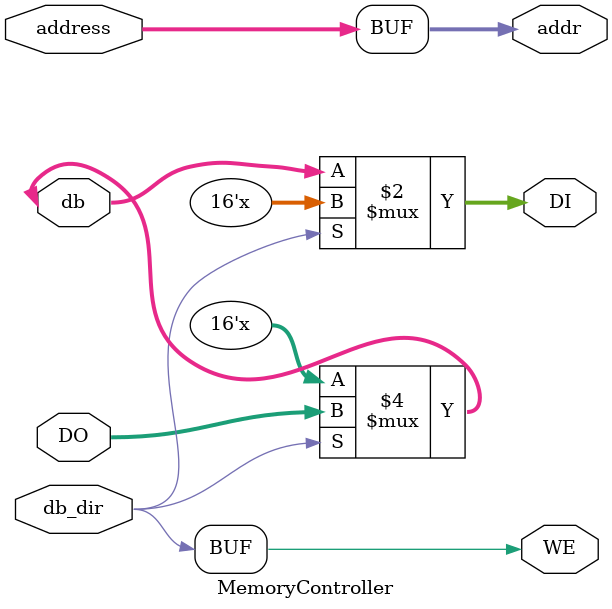
<source format=v>
module MemoryController(
	inout [15:0] db, //databus
	input [15:0] address,
	input [15:0] DO, // data coming from mem
	input db_dir,
	output WE, // writeEnable
	output [15:0] DI, // going into memory
	output [15:0] addr
);
	assign addr = address;
	assign WE = db_dir;
	assign DI = (db_dir == 1'b0) ? db : 16'bZ;
	assign db = (db_dir == 1'b1) ? DO : 16'bZ;
endmodule
</source>
